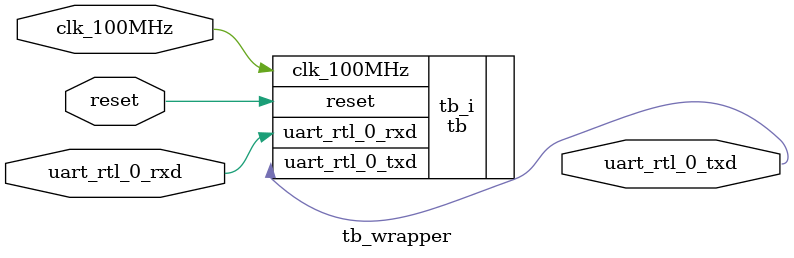
<source format=v>
`timescale 1 ps / 1 ps

module tb_wrapper
   (clk_100MHz,
    reset,
    uart_rtl_0_rxd,
    uart_rtl_0_txd);
  input clk_100MHz;
  input reset;
  input uart_rtl_0_rxd;
  output uart_rtl_0_txd;

  wire clk_100MHz;
  wire reset;
  wire uart_rtl_0_rxd;
  wire uart_rtl_0_txd;

  tb tb_i
       (.clk_100MHz(clk_100MHz),
        .reset(reset),
        .uart_rtl_0_rxd(uart_rtl_0_rxd),
        .uart_rtl_0_txd(uart_rtl_0_txd));
endmodule

</source>
